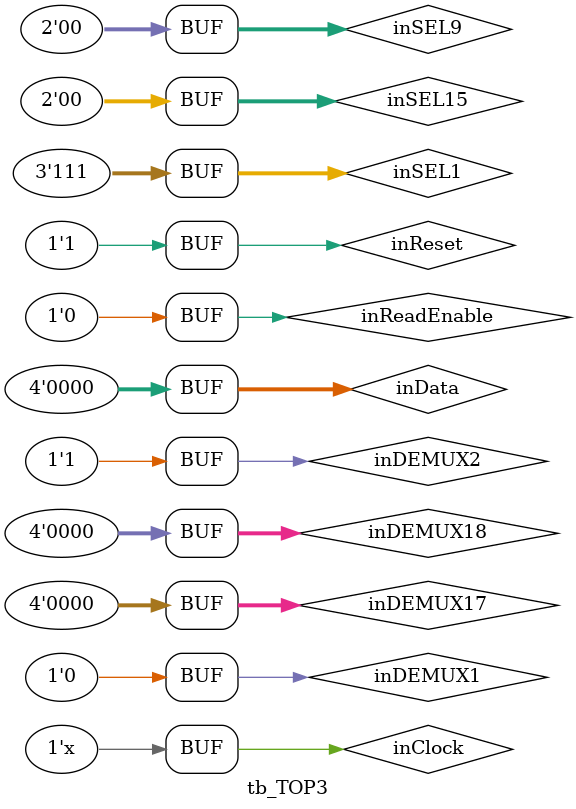
<source format=sv>


`timescale 1ns / 1ps


 
module tb_TOP3();

parameter	CLK_PERIOD = 20	;

reg 			inClock			;
reg 			inReset			;
reg		[3:0]	inData			;
reg 			inReadEnable	;
reg		 		inDEMUX1		;
reg 			inDEMUX2		;
reg 	[3:0]	inDEMUX17		;
reg 	[3:0]	inDEMUX18		;


reg		[2:0]	inSEL1			;
reg 	[1:0]	inSEL9			;
reg 	[1:0]	inSEL15			;


reg 	[3:0]	outMUX9			;
reg 	[3:0]	outMUX10		;
reg 			outMUX15		;
reg 			outMUX16		;


initial begin : init
	inClock			=	1'b1	;
	inReset			=	1'b1	;

	inData			=	4'b1101	;
	inReadEnable	=	1'b0	;
	inDEMUX1		=	1'b0	;
	inDEMUX2		=	1'b1	;
	inDEMUX17		=	4'b1101	;
	inDEMUX18		=	4'b1101	;


	inSEL1			=	3'b0	;
	inSEL9			=	2'b0	;
	inSEL15			=	2'b0	;
end
 
//////////////////////////////////////////////////////////////////////////////////
//  CLOCK
//////////////////////////////////////////////////////////////////////////////////
always #10 	inClock = ~inClock ;
//////////////////////////////////////////////////////////////////////////////////

//////////////////////////////////////////////////////////////////////////////////
//  RESET
//////////////////////////////////////////////////////////////////////////////////
initial begin : RESET

	for(int i = 0; i < 5; i++) begin
		inReset = 1'b0 ;
		#CLK_PERIOD ;	
	end

	inReset = 1'b1 ;
	
end
//////////////////////////////////////////////////////////////////////////////////

//////////////////////////////////////////////////////////////////////////////////
//  DATA
//////////////////////////////////////////////////////////////////////////////////
initial begin : DATA

	for(int i = 0; i < 5; i++) begin
		#CLK_PERIOD ;	
	end

	/////////////////////////////
	// TEST ALL
	/////////////////////////////
	for(int i = 0; i < 80; i++) begin
		#CLK_PERIOD ;	
	end

	inDEMUX2		=	1'b0	;

	for(int i = 0; i < 20; i++) begin
		#CLK_PERIOD ;	
	end

	inData			=	4'b0110	;
	inReadEnable	=	1'b0	;
	inDEMUX1		=	1'b1	;
	inDEMUX2		=	1'b1	;
	inDEMUX17		=	4'b1101	;
	inDEMUX18		=	4'b1101	;	

	for(int i = 0; i < 100; i++) begin
		#CLK_PERIOD ;	
	end




	/////////////////////////////
	// inFIFO Stand Alone
	/////////////////////////////
	inSEL1			=	3'b001	;
	inSEL9			=	2'b0	;
	inSEL15			=	2'b0	;

	for(int i = 0; i < 5; i++) begin
		inReset  =  1'b0 ;
		inDEMUX2 =	1'b0 ;
		inDEMUX2 =	1'b0 ; // WriteEnable
		#CLK_PERIOD ;	
	end

	inReset = 1'b1 ;
	inData			=	4'b0001	;
	inReadEnable	=	1'b0	;
	inDEMUX1		=	1'b0	; // ReadEnable
	inDEMUX2		=	1'b0	; // WriteEnable
	inDEMUX17		=	4'b0	; 
	inDEMUX18		=	4'b0	;
	for(int i = 0; i < 20; i++) begin
		#CLK_PERIOD ;	
	end
	inDEMUX2		=	1'b1	; // WriteEnable
	for(int i = 0; i < 20; i++) begin
		#CLK_PERIOD ;	
	end

	for(int i = 0; i < 5; i++) begin
		inDEMUX2 =	1'b0 ;
		#CLK_PERIOD ;	
	end

	inData			=	4'b0100	;
	inReadEnable	=	1'b0	;
	inDEMUX1		=	1'b0	; // ReadEnable
	inDEMUX2		=	1'b1	; // WriteEnable
	inDEMUX17		=	4'b0	; 
	inDEMUX18		=	4'b0	;
	for(int i = 0; i < 20; i++) begin
		#CLK_PERIOD ;	
	end

	for(int i = 0; i < 5; i++) begin
		inDEMUX2 =	1'b0 ;
		#CLK_PERIOD ;	
	end

	inData			=	4'b1001	;
	inReadEnable	=	1'b0	;
	inDEMUX1		=	1'b0	; // ReadEnable
	inDEMUX2		=	1'b1	; // WriteEnable
	inDEMUX17		=	4'b0	; 
	inDEMUX18		=	4'b0	;
	for(int i = 0; i < 20; i++) begin
		#CLK_PERIOD ;	
	end

	for(int i = 0; i < 5; i++) begin
		inDEMUX2 =	1'b0 ;
		#CLK_PERIOD ;	
	end

	inData			=	4'b000	;
	inReadEnable	=	1'b0	;
	inDEMUX1		=	1'b1	; // ReadEnable
	inDEMUX2		=	1'b0	; // WriteEnable
	inDEMUX17		=	4'b0	; 
	inDEMUX18		=	4'b0	;
	for(int i = 0; i < 20; i++) begin
		#CLK_PERIOD ;	
	end

	for(int i = 0; i < 5; i++) begin
		inDEMUX1 =	1'b0 ;
		#CLK_PERIOD ;	
	end

	inData			=	4'b000	;
	inReadEnable	=	1'b0	;
	inDEMUX1		=	1'b1	; // ReadEnable
	inDEMUX2		=	1'b0	; // WriteEnable
	inDEMUX17		=	4'b0	; 
	inDEMUX18		=	4'b0	;
	for(int i = 0; i < 20; i++) begin
		#CLK_PERIOD ;	
	end

	for(int i = 0; i < 5; i++) begin
		inDEMUX1 =	1'b0 ;
		#CLK_PERIOD ;	
	end

	inData			=	4'b000	;
	inReadEnable	=	1'b0	;
	inDEMUX1		=	1'b1	; // ReadEnable
	inDEMUX2		=	1'b0	; // WriteEnable
	inDEMUX17		=	4'b0	; 
	inDEMUX18		=	4'b0	;
	for(int i = 0; i < 20; i++) begin
		#CLK_PERIOD ;	
	end

	for(int i = 0; i < 5; i++) begin
		inDEMUX1 =	1'b0 ;
		#CLK_PERIOD ;	
	end

	inData			=	4'b000	;
	inReadEnable	=	1'b0	;
	inDEMUX1		=	1'b1	; // ReadEnable
	inDEMUX2		=	1'b0	; // WriteEnable
	inDEMUX17		=	4'b0	; 
	inDEMUX18		=	4'b0	;
	for(int i = 0; i < 20; i++) begin
		#CLK_PERIOD ;	
	end

	for(int i = 0; i < 5; i++) begin
		inDEMUX1 =	1'b0 ;
		#CLK_PERIOD ;	
	end

	inData			=	4'b000	;
	inReadEnable	=	1'b0	;
	inDEMUX1		=	1'b1	; // ReadEnable
	inDEMUX2		=	1'b0	; // WriteEnable
	inDEMUX17		=	4'b0	; 
	inDEMUX18		=	4'b0	;
	for(int i = 0; i < 20; i++) begin
		#CLK_PERIOD ;	
	end

	for(int i = 0; i < 5; i++) begin
		inDEMUX1 =	1'b0 ;
		#CLK_PERIOD ;	
	end

	inData			=	4'b000	;
	inReadEnable	=	1'b0	;
	inDEMUX1		=	1'b1	; // ReadEnable
	inDEMUX2		=	1'b0	; // WriteEnable
	inDEMUX17		=	4'b0	; 
	inDEMUX18		=	4'b0	;
	for(int i = 0; i < 20; i++) begin
		#CLK_PERIOD ;	
	end

	for(int i = 0; i < 5; i++) begin
		inDEMUX1 =	1'b0 ;
		#CLK_PERIOD ;	
	end

	inData			=	4'b000	;
	inReadEnable	=	1'b0	;
	inDEMUX1		=	1'b1	; // ReadEnable
	inDEMUX2		=	1'b0	; // WriteEnable
	inDEMUX17		=	4'b0	; 
	inDEMUX18		=	4'b0	;
	for(int i = 0; i < 20; i++) begin
		#CLK_PERIOD ;	
	end

	for(int i = 0; i < 5; i++) begin
		inDEMUX1 =	1'b0 ;
		#CLK_PERIOD ;	
	end

	inData			=	4'b000	;
	inReadEnable	=	1'b0	;
	inDEMUX1		=	1'b1	; // ReadEnable
	inDEMUX2		=	1'b0	; // WriteEnable
	inDEMUX17		=	4'b0	; 
	inDEMUX18		=	4'b0	;
	for(int i = 0; i < 20; i++) begin
		#CLK_PERIOD ;	
	end

	for(int i = 0; i < 5; i++) begin
		inDEMUX1 =	1'b0 ;
		#CLK_PERIOD ;	
	end

	inData			=	4'b000	;
	inReadEnable	=	1'b0	;
	inDEMUX1		=	1'b1	; // ReadEnable
	inDEMUX2		=	1'b0	; // WriteEnable
	inDEMUX17		=	4'b0	; 
	inDEMUX18		=	4'b0	;
	for(int i = 0; i < 20; i++) begin
		#CLK_PERIOD ;	
	end
	


	/////////////////////////////
	// CODER Stand Alone
	/////////////////////////////
	inSEL1			=	3'b010	;
	inSEL9			=	2'b0	;
	inSEL15			=	2'b1	;

	for(int i = 0; i < 5; i++) begin
		inDEMUX1		=	1'b0	; // inData
		inDEMUX2		=	1'b1	; // inEmpty
		inReset  =  1'b0 ;
		#CLK_PERIOD ;	
	end
	inReset = 1'b1 ;

	inDEMUX1		=	1'b0	; // inData
	inDEMUX2		=	1'b1	; // inEmpty
	for(int i = 0; i < 20; i++) begin
		#CLK_PERIOD ;	
	end

	inDEMUX1		=	1'b0	; // inData
	inDEMUX2		=	1'b0	; // inEmpty
	for(int i = 0; i < 20; i++) begin
		#CLK_PERIOD ;	
	end

	inDEMUX1		=	1'b1	; // inData
	inDEMUX2		=	1'b0	; // inEmpty
	for(int i = 0; i < 20; i++) begin
		#CLK_PERIOD ;	
	end

	inDEMUX1		=	1'b1	; // inData
	inDEMUX2		=	1'b0	; // inEmpty
	for(int i = 0; i < 20; i++) begin
		#CLK_PERIOD ;	
	end

	inDEMUX1		=	1'b0	; // inData
	inDEMUX2		=	1'b0	; // inEmpty
	for(int i = 0; i < 20; i++) begin
		#CLK_PERIOD ;	
	end

	inDEMUX1		=	1'b0	; // inData
	inDEMUX2		=	1'b1	; // inEmpty
	for(int i = 0; i < 20; i++) begin
		#CLK_PERIOD ;	
	end





	/////////////////////////////
	// DECODER Stand Alone
	/////////////////////////////
	inSEL1			=	3'b110	;
	inSEL9			=	2'b10	;
	inSEL15			=	2'b01	;

	for(int i = 0; i < 5; i++) begin
		inDEMUX1		=	1'b0	; // inEOC
		inDEMUX2		=	1'b0	; // xxx
		inDEMUX17		=	4'b0	; // I
		inDEMUX18		=	4'b0	; // Q
		inReset  =  1'b0 ;
		#CLK_PERIOD ;	
	end
	inReset = 1'b1 ;

	inDEMUX1		=	1'b1	; // inEOC
	inDEMUX17		=	4'b1010	; // I
	inDEMUX18		=	4'b0101	; // Q
	for(int i = 0; i < 20; i++) begin
		#CLK_PERIOD ;	
	end

	inDEMUX1		=	1'b0	; // inEOC
	inDEMUX17		=	4'b1010	; // I
	inDEMUX18		=	4'b0101	; // Q
	for(int i = 0; i < 20; i++) begin
		#CLK_PERIOD ;	
	end

	inDEMUX1		=	1'b1	; // inEOC
	inDEMUX17		=	4'b1110	; // I
	inDEMUX18		=	4'b1010	; // Q
	for(int i = 0; i < 20; i++) begin
		#CLK_PERIOD ;	
	end

	inDEMUX1		=	1'b0	; // inEOC
	inDEMUX17		=	4'b1110	; // I
	inDEMUX18		=	4'b1010	; // Q
	for(int i = 0; i < 20; i++) begin
		#CLK_PERIOD ;	
	end

	inDEMUX1		=	1'b1	; // inEOC
	inDEMUX17		=	4'b0010	; // I
	inDEMUX18		=	4'b1001	; // Q
	for(int i = 0; i < 20; i++) begin
		#CLK_PERIOD ;	
	end

	inDEMUX1		=	1'b0	; // inEOC
	inDEMUX17		=	4'b0010	; // I
	inDEMUX18		=	4'b1001	; // Q
	for(int i = 0; i < 20; i++) begin
		#CLK_PERIOD ;	
	end


	/////////////////////////////
	// CORDIC Stand Alone
	/////////////////////////////
	inSEL1			=	3'b011	;
	inSEL9			=	2'b0	;
	inSEL15			=	2'b10	;

	for(int i = 0; i < 50; i++) begin
		inDEMUX1		=	1'b0	; // xxx
		inDEMUX2		=	1'b0	; // cordic_inEnable
		inDEMUX17		=	4'b0	; // cordic_I
		inDEMUX18		=	4'b0	; // cordic_Q
		inReset  =  1'b0 ;
		#CLK_PERIOD ;	
	end
	inReset = 1'b1 ;

	inDEMUX2		=	1'b1	; // cordic_inEnable
	inDEMUX17		=	4'b1101	; // cordic_I
	inDEMUX18		=	4'b1100	; // cordic_Q
	for(int i = 0; i < 20; i++) begin
		#CLK_PERIOD ;	
	end

	inDEMUX2		=	1'b0	; // cordic_inEnable
	inDEMUX17		=	4'b1101	; // cordic_I
	inDEMUX18		=	4'b1100	; // cordic_Q
	for(int i = 0; i < 20; i++) begin
		#CLK_PERIOD ;	
	end

	inDEMUX2		=	1'b1	; // cordic_inEnable
	inDEMUX17		=	4'b0011	; // cordic_I
	inDEMUX18		=	4'b0110	; // cordic_Q
	for(int i = 0; i < 20; i++) begin
		#CLK_PERIOD ;	
	end

	inDEMUX2		=	1'b0	; // cordic_inEnable
	inDEMUX17		=	4'b0011	; // cordic_I
	inDEMUX18		=	4'b0110	; // cordic_Q
	for(int i = 0; i < 20; i++) begin
		#CLK_PERIOD ;	
	end

	inDEMUX2		=	1'b1	; // cordic_inEnable
	inDEMUX17		=	4'b1011	; // cordic_I
	inDEMUX18		=	4'b1011	; // cordic_Q
	for(int i = 0; i < 20; i++) begin
		#CLK_PERIOD ;	
	end

	inDEMUX2		=	1'b0	; // cordic_inEnable
	inDEMUX17		=	4'b1011	; // cordic_I
	inDEMUX18		=	4'b1011	; // cordic_Q
	for(int i = 0; i < 20; i++) begin
		#CLK_PERIOD ;	
	end




	/////////////////////////////
	// CDR Stand Alone
	/////////////////////////////
	inSEL1			=	3'b100	;
	inSEL9			=	2'b11	;
	inSEL15			=	2'b11	;

	for(int i = 0; i < 50; i++) begin
		inDEMUX1		=	1'b0	; // xxx
		inDEMUX2		=	1'b0	; // cordic_inEnable
		inDEMUX17		=	4'b0	; // cordic_I
		inDEMUX18		=	4'b0	; // cordic_Q
		inReset  =  1'b0 ;
		#CLK_PERIOD ;	
	end
	inReset = 1'b1 ;

	inDEMUX1		=	1'b1	; // CDR_inEnable
	inDEMUX2		=	1'b0	; // CDR_inDIR
	for(int i = 0; i < 20; i++) begin
		#CLK_PERIOD ;	
	end

	inDEMUX1		=	1'b0	; // CDR_inEnable
	inDEMUX2		=	1'b0	; // CDR_inDIR
	for(int i = 0; i < 20; i++) begin
		#CLK_PERIOD ;	
	end

	inDEMUX1		=	1'b1	; // CDR_inEnable
	inDEMUX2		=	1'b1	; // CDR_inDIR
	for(int i = 0; i < 20; i++) begin
		#CLK_PERIOD ;	
	end	

	inDEMUX1		=	1'b0	; // CDR_inEnable
	inDEMUX2		=	1'b1	; // CDR_inDIR
	for(int i = 0; i < 20; i++) begin
		#CLK_PERIOD ;	
	end	




	/////////////////////////////
	// outFIFO Stand Alone
	/////////////////////////////
	inSEL1			=	3'b101	;
	inSEL9			=	2'b11	;
	inSEL15			=	2'b11	;

	for(int i = 0; i < 50; i++) begin
		inDEMUX1		=	1'b0	; // xxx
		inDEMUX2		=	1'b0	; // cordic_inEnable
		inDEMUX17		=	4'b0	; // cordic_I
		inDEMUX18		=	4'b0	; // cordic_Q
		inReset  =  1'b0 ;
		#CLK_PERIOD ;	
	end
	inReset = 1'b1 ;

	inDEMUX1		=	1'b1	; // WriteEnable
	inDEMUX2		=	1'b1	; // inData
	for(int i = 0; i < 20; i++) begin
		#CLK_PERIOD ;	
	end

	inDEMUX1		=	1'b0	; // WriteEnable
	inDEMUX2		=	1'b1	; // inData
	for(int i = 0; i < 20; i++) begin
		#CLK_PERIOD ;	
	end

	inDEMUX1		=	1'b1	; // WriteEnable
	inDEMUX2		=	1'b1	; // inData
	for(int i = 0; i < 20; i++) begin
		#CLK_PERIOD ;	
	end

	inDEMUX1		=	1'b0	; // WriteEnable
	inDEMUX2		=	1'b1	; // inData
	for(int i = 0; i < 20; i++) begin
		#CLK_PERIOD ;	
	end

	inDEMUX1		=	1'b1	; // WriteEnable
	inDEMUX2		=	1'b1	; // inData
	for(int i = 0; i < 20; i++) begin
		#CLK_PERIOD ;	
	end

	inDEMUX1		=	1'b0	; // WriteEnable
	inDEMUX2		=	1'b1	; // inData
	for(int i = 0; i < 20; i++) begin
		#CLK_PERIOD ;	
	end

	inDEMUX1		=	1'b1	; // WriteEnable
	inDEMUX2		=	1'b1	; // inData
	for(int i = 0; i < 20; i++) begin
		#CLK_PERIOD ;	
	end

	inDEMUX1		=	1'b0	; // WriteEnable
	inDEMUX2		=	1'b1	; // inData
	for(int i = 0; i < 20; i++) begin
		#CLK_PERIOD ;	
	end

	inReadEnable	=	1'b1;
	for(int i = 0; i < 20; i++) begin
		#CLK_PERIOD ;	
	end

	inReadEnable	=	1'b0;
	for(int i = 0; i < 20; i++) begin
		#CLK_PERIOD ;	
	end

	inReadEnable	=	1'b1;
	for(int i = 0; i < 20; i++) begin
		#CLK_PERIOD ;	
	end

	inReadEnable	=	1'b0;
	for(int i = 0; i < 20; i++) begin
		#CLK_PERIOD ;	
	end

	inReadEnable	=	1'b1;
	for(int i = 0; i < 20; i++) begin
		#CLK_PERIOD ;	
	end

	inReadEnable	=	1'b0;
	for(int i = 0; i < 20; i++) begin
		#CLK_PERIOD ;	
	end

	inReadEnable	=	1'b1;
	for(int i = 0; i < 20; i++) begin
		#CLK_PERIOD ;	
	end

	inReadEnable	=	1'b0;
	for(int i = 0; i < 200; i++) begin
		#CLK_PERIOD ;	
	end



	/////////////////////////////
	// CODER --> CORDIC
	/////////////////////////////

	inSEL1			=	3'b111	;
	inSEL9			=	2'b0	;
	inSEL15			=	2'b0	;

	for(int i = 0; i < 20; i++) begin
		#CLK_PERIOD ;	
		inData			=	4'b0	;
		inReadEnable	=	1'b0	;
		inDEMUX1		=	1'b0	;
		inDEMUX2		=	1'b0	;
		inDEMUX17		=	4'b0	;
		inDEMUX18		=	4'b0	;
		inReset  =  1'b0 ;
	end
	inReset  =  1'b1 ;

	inData			=	4'b0110	;
	inReadEnable	=	1'b0	;
	inDEMUX1		=	1'b0	;
	inDEMUX2		=	1'b1	;
	inDEMUX17		=	4'b0	;
	inDEMUX18		=	4'b0	;	

	for(int i = 0; i < 100; i++) begin
		#CLK_PERIOD ;	
	end

	inData			=	4'b0	;
	inReadEnable	=	1'b0	;
	inDEMUX1		=	1'b0	;
	inDEMUX2		=	1'b1	;
	inDEMUX17		=	4'b0	;
	inDEMUX18		=	4'b0	;	

	
end
//////////////////////////////////////////////////////////////////////////////////






//////////////////////////////////////////////////////////////////////////////////
//  TOP
//////////////////////////////////////////////////////////////////////////////////
TOP2 u_top (
	.inClock					(inClock		) ,
	.inReset					(inReset		) ,
	.in_inFIFO_inData			(inData			) , 
	.in_outFIFO_inReadEnable	(inReadEnable	) , 

	.in_DEMUX_inDEMUX1			(inDEMUX1		) ,
	.in_DEMUX_inDEMUX2			(inDEMUX2		) ,
	.in_DEMUX_inDEMUX17			(inDEMUX17		) ,   
	.in_DEMUX_inDEMUX18			(inDEMUX18		) ,   

	.in_DEMUX_inSEL1			(inSEL1			) , 
	.in_MUX_inSEL9				(inSEL9			) , 
	.in_MUX_inSEL15				(inSEL15		) , 

	.out_MUX_outMUX9			(outMUX9		) ,	
	.out_MUX_outMUX10			(outMUX10		) ,	
	.out_MUX_outMUX15			(outMUX15		) ,	
	.out_MUX_outMUX16			(outMUX16		)
);
//////////////////////////////////////////////////////////////////////////////////


endmodule


</source>
